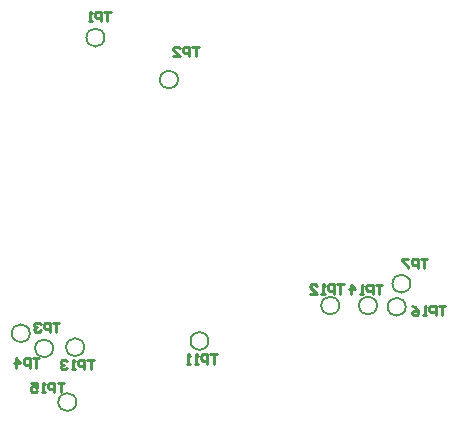
<source format=gbr>
%TF.GenerationSoftware,Altium Limited,Altium Designer,20.2.4 (192)*%
G04 Layer_Color=32896*
%FSLAX26Y26*%
%MOIN*%
%TF.SameCoordinates,E8949934-62E6-4346-A9B8-0D5D28CF3135*%
%TF.FilePolarity,Positive*%
%TF.FileFunction,Legend,Bot*%
%TF.Part,Single*%
G01*
G75*
%TA.AperFunction,NonConductor*%
%ADD85C,0.005906*%
%ADD86C,0.010000*%
D85*
X453228Y302165D02*
G03*
X453228Y302165I-30000J0D01*
G01*
X702000Y1288000D02*
G03*
X702000Y1288000I-30000J0D01*
G01*
X1721929Y467520D02*
G03*
X1721929Y467520I-30000J0D01*
G01*
X530984Y251969D02*
G03*
X530984Y251969I-30000J0D01*
G01*
X1484724Y394685D02*
G03*
X1484724Y394685I-30000J0D01*
G01*
X1048701Y276575D02*
G03*
X1048701Y276575I-30000J0D01*
G01*
X1706240Y390689D02*
G03*
X1706240Y390689I-30000J0D01*
G01*
X634331Y255905D02*
G03*
X634331Y255905I-30000J0D01*
G01*
X1610709Y394685D02*
G03*
X1610709Y394685I-30000J0D01*
G01*
X947000Y1148000D02*
G03*
X947000Y1148000I-30000J0D01*
G01*
X608000Y73000D02*
G03*
X608000Y73000I-30000J0D01*
G01*
D86*
X1837581Y393696D02*
X1816590D01*
X1827085D01*
Y362210D01*
X1806095D02*
Y393696D01*
X1790352D01*
X1785104Y388448D01*
Y377953D01*
X1790352Y372705D01*
X1806095D01*
X1774609Y362210D02*
X1764113D01*
X1769361D01*
Y393696D01*
X1774609Y388448D01*
X1727380Y393696D02*
X1737875Y388448D01*
X1748370Y377953D01*
Y367458D01*
X1743123Y362210D01*
X1732628D01*
X1727380Y367458D01*
Y372705D01*
X1732628Y377953D01*
X1748370D01*
X566911Y136806D02*
X545921D01*
X556416D01*
Y105320D01*
X535425D02*
Y136806D01*
X519682D01*
X514435Y131558D01*
Y121063D01*
X519682Y115815D01*
X535425D01*
X503940Y105320D02*
X493444D01*
X498692D01*
Y136806D01*
X503940Y131558D01*
X456711Y136806D02*
X477701D01*
Y121063D01*
X467206Y126311D01*
X461958D01*
X456711Y121063D01*
Y110568D01*
X461958Y105320D01*
X472454D01*
X477701Y110568D01*
X1627935Y464562D02*
X1606944D01*
X1617440D01*
Y433076D01*
X1596449D02*
Y464562D01*
X1580706D01*
X1575458Y459314D01*
Y448819D01*
X1580706Y443571D01*
X1596449D01*
X1564963Y433076D02*
X1554468D01*
X1559715D01*
Y464562D01*
X1564963Y459314D01*
X1522982Y433076D02*
Y464562D01*
X1538725Y448819D01*
X1517734D01*
X666321Y213578D02*
X645330D01*
X655826D01*
Y182092D01*
X634835D02*
Y213578D01*
X619092D01*
X613844Y208330D01*
Y197835D01*
X619092Y192587D01*
X634835D01*
X603349Y182092D02*
X592854D01*
X598101D01*
Y213578D01*
X603349Y208330D01*
X577111D02*
X571863Y213578D01*
X561368D01*
X556120Y208330D01*
Y203082D01*
X561368Y197835D01*
X566615D01*
X561368D01*
X556120Y192587D01*
Y187339D01*
X561368Y182092D01*
X571863D01*
X577111Y187339D01*
X1498998Y465546D02*
X1478007D01*
X1488503D01*
Y434060D01*
X1467512D02*
Y465546D01*
X1451769D01*
X1446521Y460298D01*
Y449803D01*
X1451769Y444555D01*
X1467512D01*
X1436026Y434060D02*
X1425531D01*
X1430778D01*
Y465546D01*
X1436026Y460298D01*
X1388797Y434060D02*
X1409788D01*
X1388797Y455051D01*
Y460298D01*
X1394045Y465546D01*
X1404540D01*
X1409788Y460298D01*
X1076428Y232278D02*
X1055437D01*
X1065932D01*
Y200792D01*
X1044942D02*
Y232278D01*
X1029199D01*
X1023951Y227031D01*
Y216536D01*
X1029199Y211288D01*
X1044942D01*
X1013456Y200792D02*
X1002960D01*
X1008208D01*
Y232278D01*
X1013456Y227031D01*
X987217Y200792D02*
X976722D01*
X981970D01*
Y232278D01*
X987217Y227031D01*
X1778202Y550192D02*
X1757211D01*
X1767706D01*
Y518706D01*
X1746716D02*
Y550192D01*
X1730973D01*
X1725725Y544944D01*
Y534449D01*
X1730973Y529201D01*
X1746716D01*
X1715230Y550192D02*
X1694239D01*
Y544944D01*
X1715230Y523954D01*
Y518706D01*
X485146Y218743D02*
X464156D01*
X474651D01*
Y187257D01*
X453660D02*
Y218743D01*
X437917D01*
X432670Y213495D01*
Y203000D01*
X437917Y197752D01*
X453660D01*
X406432Y187257D02*
Y218743D01*
X422175Y203000D01*
X401184D01*
X552209Y337908D02*
X531219D01*
X541714D01*
Y306423D01*
X520723D02*
Y337908D01*
X504980D01*
X499733Y332661D01*
Y322166D01*
X504980Y316918D01*
X520723D01*
X489238Y332661D02*
X483990Y337908D01*
X473495D01*
X468247Y332661D01*
Y327413D01*
X473495Y322166D01*
X478742D01*
X473495D01*
X468247Y316918D01*
Y311670D01*
X473495Y306423D01*
X483990D01*
X489238Y311670D01*
X1016210Y1257116D02*
X995220D01*
X1005715D01*
Y1225630D01*
X984724D02*
Y1257116D01*
X968981D01*
X963734Y1251869D01*
Y1241373D01*
X968981Y1236126D01*
X984724D01*
X932248Y1225630D02*
X953238D01*
X932248Y1246621D01*
Y1251869D01*
X937495Y1257116D01*
X947991D01*
X953238Y1251869D01*
X722757Y1374011D02*
X701766D01*
X712262D01*
Y1342525D01*
X691271D02*
Y1374011D01*
X675528D01*
X670281Y1368763D01*
Y1358268D01*
X675528Y1353020D01*
X691271D01*
X659785Y1342525D02*
X649290D01*
X654538D01*
Y1374011D01*
X659785Y1368763D01*
%TF.MD5,e2fbc887a26841572694ddee7b84c6e8*%
M02*

</source>
